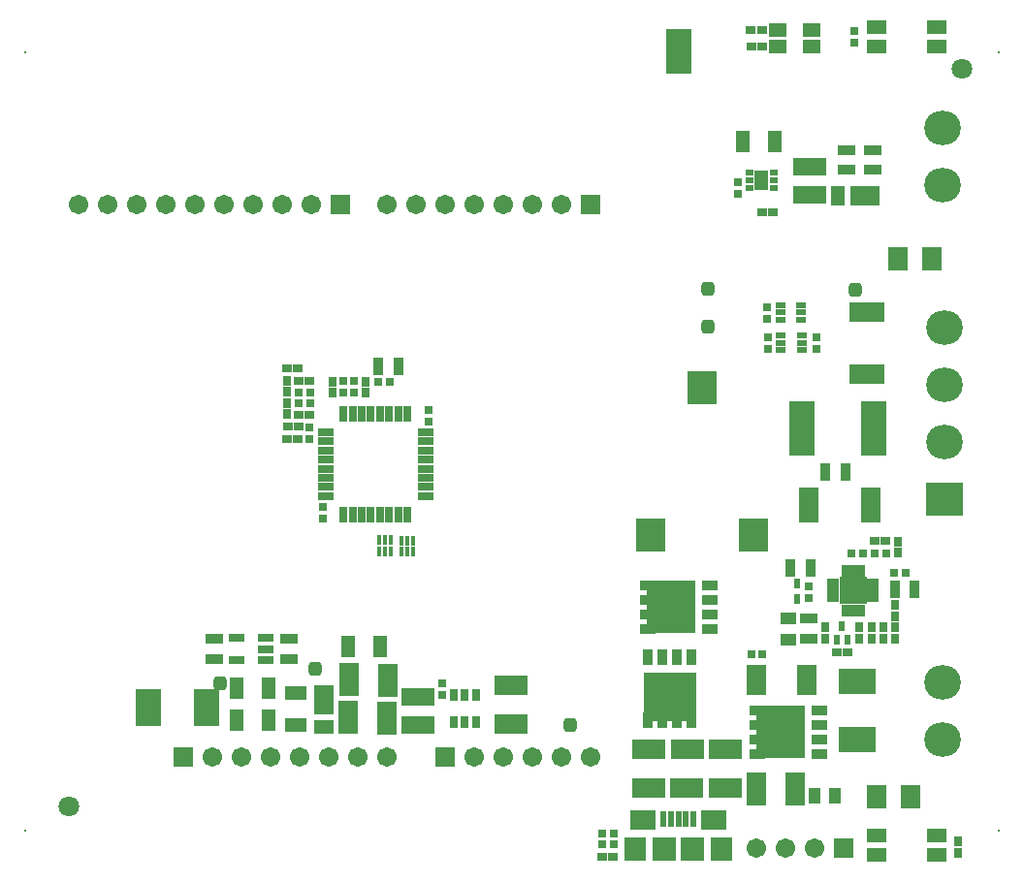
<source format=gts>
G04*
G04 #@! TF.GenerationSoftware,Altium Limited,Altium Designer,19.0.15 (446)*
G04*
G04 Layer_Color=8388736*
%FSLAX25Y25*%
%MOIN*%
G70*
G01*
G75*
%ADD82R,0.08661X0.06693*%
%ADD83R,0.07480X0.07874*%
%ADD84R,0.07874X0.07874*%
%ADD85R,0.01968X0.05709*%
%ADD86R,0.06509X0.07887*%
%ADD87R,0.05721X0.03950*%
G04:AMPARAMS|DCode=88|XSize=47.37mil|YSize=47.37mil|CornerRadius=13.84mil|HoleSize=0mil|Usage=FLASHONLY|Rotation=90.000|XOffset=0mil|YOffset=0mil|HoleType=Round|Shape=RoundedRectangle|*
%AMROUNDEDRECTD88*
21,1,0.04737,0.01968,0,0,90.0*
21,1,0.01968,0.04737,0,0,90.0*
1,1,0.02769,0.00984,0.00984*
1,1,0.02769,0.00984,-0.00984*
1,1,0.02769,-0.00984,-0.00984*
1,1,0.02769,-0.00984,0.00984*
%
%ADD88ROUNDEDRECTD88*%
%ADD89C,0.07087*%
%ADD90R,0.03753X0.05918*%
%ADD91R,0.07296X0.04737*%
%ADD92R,0.04737X0.07296*%
%ADD93R,0.11233X0.06706*%
%ADD94R,0.11430X0.05918*%
%ADD95R,0.06706X0.11233*%
%ADD96R,0.06706X0.10249*%
%ADD97R,0.06706X0.04934*%
%ADD98R,0.03359X0.03162*%
%ADD99R,0.03162X0.03162*%
%ADD100R,0.03162X0.03359*%
%ADD101R,0.02375X0.03359*%
%ADD102R,0.01902X0.03950*%
%ADD103R,0.03950X0.01902*%
%ADD104R,0.09225X0.09225*%
%ADD105R,0.03162X0.03162*%
%ADD106R,0.01981X0.03359*%
%ADD107R,0.05918X0.03753*%
%ADD108R,0.12611X0.09068*%
%ADD109R,0.06509X0.02572*%
%ADD110R,0.05328X0.03359*%
%ADD111R,0.03359X0.05328*%
%ADD112R,0.06902X0.04737*%
%ADD113R,0.03950X0.05721*%
%ADD114R,0.06706X0.12217*%
%ADD115R,0.09068X0.18713*%
%ADD116R,0.03398X0.01981*%
%ADD117R,0.12217X0.06706*%
G04:AMPARAMS|DCode=118|XSize=47.37mil|YSize=47.37mil|CornerRadius=13.84mil|HoleSize=0mil|Usage=FLASHONLY|Rotation=0.000|XOffset=0mil|YOffset=0mil|HoleType=Round|Shape=RoundedRectangle|*
%AMROUNDEDRECTD118*
21,1,0.04737,0.01968,0,0,0.0*
21,1,0.01968,0.04737,0,0,0.0*
1,1,0.02769,0.00984,-0.00984*
1,1,0.02769,-0.00984,-0.00984*
1,1,0.02769,-0.00984,0.00984*
1,1,0.02769,0.00984,0.00984*
%
%ADD118ROUNDEDRECTD118*%
%ADD119R,0.04934X0.06706*%
%ADD120R,0.10249X0.06706*%
%ADD121R,0.04737X0.07099*%
%ADD122R,0.03162X0.01981*%
%ADD123R,0.06299X0.04724*%
%ADD124R,0.08792X0.15761*%
%ADD125R,0.10249X0.11233*%
%ADD126R,0.02769X0.05524*%
%ADD127R,0.05524X0.02769*%
%ADD128R,0.01784X0.03359*%
%ADD129R,0.02965X0.03950*%
%ADD130R,0.05328X0.03162*%
%ADD131R,0.09068X0.12611*%
%ADD132R,0.16942X0.18359*%
%ADD133R,0.18359X0.16942*%
%ADD134C,0.06706*%
%ADD135R,0.06706X0.06706*%
%ADD136O,0.12611X0.11824*%
%ADD137R,0.12611X0.11824*%
%ADD138C,0.00800*%
D82*
X326772Y120276D02*
D03*
X351181D02*
D03*
D83*
X353937Y110236D02*
D03*
X324016D02*
D03*
D84*
X334252D02*
D03*
X343701D02*
D03*
D85*
X333858Y120768D02*
D03*
X336417D02*
D03*
X338976D02*
D03*
X341535D02*
D03*
X344094D02*
D03*
D86*
X426150Y313445D02*
D03*
X414535D02*
D03*
X407079Y128445D02*
D03*
X418693D02*
D03*
D87*
X376732Y182441D02*
D03*
Y189527D02*
D03*
D88*
X349252Y290079D02*
D03*
Y302953D02*
D03*
X181496Y167480D02*
D03*
X213977Y172441D02*
D03*
D89*
X129449Y124921D02*
D03*
X436299Y378543D02*
D03*
D90*
X384449Y207087D02*
D03*
X377559D02*
D03*
X413287Y199803D02*
D03*
X420177D02*
D03*
X396457Y240158D02*
D03*
X389567D02*
D03*
X242618Y276378D02*
D03*
X235728D02*
D03*
D91*
X207283Y163976D02*
D03*
Y152953D02*
D03*
D92*
X236417Y180118D02*
D03*
X225394D02*
D03*
X198032Y165551D02*
D03*
X187008D02*
D03*
X198031Y154724D02*
D03*
X187008D02*
D03*
X361221Y353740D02*
D03*
X372244D02*
D03*
D93*
X281299Y153347D02*
D03*
X281339Y166575D02*
D03*
X355157Y144528D02*
D03*
X355118Y131299D02*
D03*
X341968Y144528D02*
D03*
X341929Y131299D02*
D03*
X328780Y144528D02*
D03*
X328740Y131299D02*
D03*
D94*
X249409Y152913D02*
D03*
Y162716D02*
D03*
X384055Y345000D02*
D03*
Y335197D02*
D03*
D95*
X238819Y155472D02*
D03*
X225590Y155512D02*
D03*
X225787Y168504D02*
D03*
X239016Y168465D02*
D03*
X365905Y130945D02*
D03*
X379134Y130905D02*
D03*
D96*
X217126Y161614D02*
D03*
D97*
Y152264D02*
D03*
D98*
X406496Y216339D02*
D03*
X410236D02*
D03*
X393406Y178150D02*
D03*
X397146D02*
D03*
X316535Y107677D02*
D03*
X312795D02*
D03*
X371358Y329331D02*
D03*
X367618D02*
D03*
Y392126D02*
D03*
X363878D02*
D03*
X367717Y386221D02*
D03*
X363976D02*
D03*
X204528Y275590D02*
D03*
X208268D02*
D03*
X212205Y271457D02*
D03*
X208465D02*
D03*
X212205Y259646D02*
D03*
X208465D02*
D03*
X208465Y255709D02*
D03*
X204724D02*
D03*
X208268Y251378D02*
D03*
X204528D02*
D03*
D99*
X410335Y212008D02*
D03*
X406398D02*
D03*
X413189Y205315D02*
D03*
X417126D02*
D03*
X402362Y212008D02*
D03*
X398425D02*
D03*
X312795Y112008D02*
D03*
X316732D02*
D03*
Y115748D02*
D03*
X312795D02*
D03*
X363976Y177362D02*
D03*
X367913D02*
D03*
X212303Y267323D02*
D03*
X208366D02*
D03*
Y263583D02*
D03*
X212303D02*
D03*
X239764Y271063D02*
D03*
X235827D02*
D03*
D100*
X389567Y182776D02*
D03*
Y186516D02*
D03*
X401181D02*
D03*
Y182776D02*
D03*
X405315Y186516D02*
D03*
Y182776D02*
D03*
X409449Y186516D02*
D03*
Y182776D02*
D03*
X413583Y186516D02*
D03*
Y182776D02*
D03*
X413386Y194193D02*
D03*
Y190453D02*
D03*
X435236Y109153D02*
D03*
Y112894D02*
D03*
X414567Y216043D02*
D03*
Y212303D02*
D03*
X204429Y271457D02*
D03*
Y267717D02*
D03*
X204429Y263583D02*
D03*
Y259842D02*
D03*
X231496Y267421D02*
D03*
Y271161D02*
D03*
X219980Y267421D02*
D03*
Y271161D02*
D03*
D101*
X395276Y187008D02*
D03*
X393307Y182480D02*
D03*
X397244D02*
D03*
D102*
X396063Y192323D02*
D03*
X398031D02*
D03*
X400000D02*
D03*
X401968D02*
D03*
Y206102D02*
D03*
X400000D02*
D03*
X398031D02*
D03*
X396063D02*
D03*
D103*
X405905Y196260D02*
D03*
Y198228D02*
D03*
Y200197D02*
D03*
Y202165D02*
D03*
X392126D02*
D03*
Y200197D02*
D03*
Y198228D02*
D03*
Y196260D02*
D03*
D104*
X399016Y199213D02*
D03*
D105*
X383858Y200591D02*
D03*
Y196653D02*
D03*
X386417Y286221D02*
D03*
Y282283D02*
D03*
X369488Y292717D02*
D03*
Y296654D02*
D03*
X369685Y286417D02*
D03*
Y282480D02*
D03*
X359449Y339567D02*
D03*
Y335630D02*
D03*
X399606Y391535D02*
D03*
Y387598D02*
D03*
X212205Y255315D02*
D03*
Y251378D02*
D03*
X227559Y267323D02*
D03*
Y271260D02*
D03*
X223819D02*
D03*
Y267323D02*
D03*
X216929Y227953D02*
D03*
Y224016D02*
D03*
X253150Y261221D02*
D03*
Y257283D02*
D03*
X257677Y163386D02*
D03*
Y167323D02*
D03*
D106*
X379724Y196358D02*
D03*
Y201673D02*
D03*
D107*
X383858Y189567D02*
D03*
Y182677D02*
D03*
X405905Y350787D02*
D03*
Y343898D02*
D03*
X396654Y350787D02*
D03*
Y343898D02*
D03*
X205118Y175787D02*
D03*
Y182677D02*
D03*
X179528Y182579D02*
D03*
Y175689D02*
D03*
D108*
X400307Y148138D02*
D03*
X400394Y168012D02*
D03*
D109*
X382953Y164764D02*
D03*
Y167323D02*
D03*
Y169882D02*
D03*
Y172441D02*
D03*
X365630D02*
D03*
Y169882D02*
D03*
Y167323D02*
D03*
Y164764D02*
D03*
D110*
X328346Y186024D02*
D03*
Y191024D02*
D03*
Y196024D02*
D03*
Y201024D02*
D03*
X349803D02*
D03*
Y196024D02*
D03*
Y191024D02*
D03*
Y186024D02*
D03*
X387598Y143032D02*
D03*
Y148031D02*
D03*
Y153032D02*
D03*
Y158031D02*
D03*
X366142D02*
D03*
Y153032D02*
D03*
Y148031D02*
D03*
Y143032D02*
D03*
D111*
X343583Y176181D02*
D03*
X338583D02*
D03*
X333583D02*
D03*
X328583D02*
D03*
Y154724D02*
D03*
X333583D02*
D03*
X338583D02*
D03*
X343583D02*
D03*
D112*
X406988Y108268D02*
D03*
X427658D02*
D03*
Y114961D02*
D03*
X406988D02*
D03*
X427658Y392913D02*
D03*
X406988D02*
D03*
Y386221D02*
D03*
X427658D02*
D03*
D113*
X385630Y128543D02*
D03*
X392717D02*
D03*
D114*
X383858Y228543D02*
D03*
X405118D02*
D03*
D115*
X406102Y254921D02*
D03*
X381299D02*
D03*
D116*
X374055Y287087D02*
D03*
Y284488D02*
D03*
Y281890D02*
D03*
X381299D02*
D03*
Y284488D02*
D03*
Y287087D02*
D03*
X381260Y297480D02*
D03*
Y294882D02*
D03*
Y292283D02*
D03*
X374016D02*
D03*
Y294882D02*
D03*
Y297480D02*
D03*
D117*
X403937Y273622D02*
D03*
Y294882D02*
D03*
D118*
X399803Y302756D02*
D03*
X301772Y153150D02*
D03*
D119*
X393799Y335039D02*
D03*
D120*
X403150D02*
D03*
D121*
X367520Y340354D02*
D03*
D122*
X371654Y342913D02*
D03*
Y340354D02*
D03*
Y337795D02*
D03*
X363386D02*
D03*
Y340354D02*
D03*
Y342913D02*
D03*
D123*
X384842Y392126D02*
D03*
X373031Y386221D02*
D03*
Y392126D02*
D03*
X384842Y386221D02*
D03*
D124*
X338977Y384527D02*
D03*
D125*
X329504Y218299D02*
D03*
X347244Y268898D02*
D03*
X364937Y218299D02*
D03*
D126*
X245866Y259941D02*
D03*
X242717D02*
D03*
X239567D02*
D03*
X236417D02*
D03*
X233268D02*
D03*
X230118D02*
D03*
X226969D02*
D03*
X223819D02*
D03*
Y225492D02*
D03*
X226969D02*
D03*
X230118D02*
D03*
X233268D02*
D03*
X236417D02*
D03*
X239567D02*
D03*
X242717D02*
D03*
X245866D02*
D03*
D127*
X217618Y253740D02*
D03*
Y250590D02*
D03*
Y247441D02*
D03*
Y244291D02*
D03*
Y241142D02*
D03*
Y237992D02*
D03*
Y234842D02*
D03*
Y231693D02*
D03*
X252067D02*
D03*
Y234842D02*
D03*
Y237992D02*
D03*
Y241142D02*
D03*
Y244291D02*
D03*
Y247441D02*
D03*
Y250590D02*
D03*
Y253740D02*
D03*
D128*
X239961Y212795D02*
D03*
X237992D02*
D03*
X236024D02*
D03*
Y216535D02*
D03*
X237992D02*
D03*
X239961D02*
D03*
X247835Y212697D02*
D03*
X245866D02*
D03*
X243898D02*
D03*
Y216437D02*
D03*
X245866D02*
D03*
X247835D02*
D03*
D129*
X261811Y163386D02*
D03*
X265551D02*
D03*
X269291D02*
D03*
Y153937D02*
D03*
X265551D02*
D03*
X261811D02*
D03*
D130*
X187106Y175394D02*
D03*
Y182874D02*
D03*
X197146D02*
D03*
Y179134D02*
D03*
Y175394D02*
D03*
D131*
X156898Y158945D02*
D03*
X176772Y158858D02*
D03*
D132*
X336319Y193524D02*
D03*
X374114Y150531D02*
D03*
D133*
X336083Y162697D02*
D03*
D134*
X308661Y141850D02*
D03*
X298661D02*
D03*
X288661D02*
D03*
X278661D02*
D03*
X268661D02*
D03*
X238662D02*
D03*
X228661D02*
D03*
X218661D02*
D03*
X208662D02*
D03*
X198661D02*
D03*
X188662D02*
D03*
X178662D02*
D03*
X365866Y110630D02*
D03*
X375866D02*
D03*
X385866D02*
D03*
X212662Y331850D02*
D03*
X192661D02*
D03*
X182661D02*
D03*
X172661D02*
D03*
X162662D02*
D03*
X152662D02*
D03*
X142661D02*
D03*
X132661D02*
D03*
X202661D02*
D03*
X238661Y331850D02*
D03*
X248661D02*
D03*
X258661D02*
D03*
X268661D02*
D03*
X278661D02*
D03*
X288661D02*
D03*
X298661D02*
D03*
D135*
X258661Y141850D02*
D03*
X168661D02*
D03*
X395866Y110630D02*
D03*
X222661Y331850D02*
D03*
X308661Y331850D02*
D03*
D136*
X429921Y147835D02*
D03*
Y167520D02*
D03*
X430421Y270079D02*
D03*
Y289764D02*
D03*
Y250394D02*
D03*
X429921Y358268D02*
D03*
Y338583D02*
D03*
D137*
X430421Y230709D02*
D03*
D138*
X114567Y116732D02*
D03*
Y384449D02*
D03*
X449213D02*
D03*
X449213Y116732D02*
D03*
M02*

</source>
